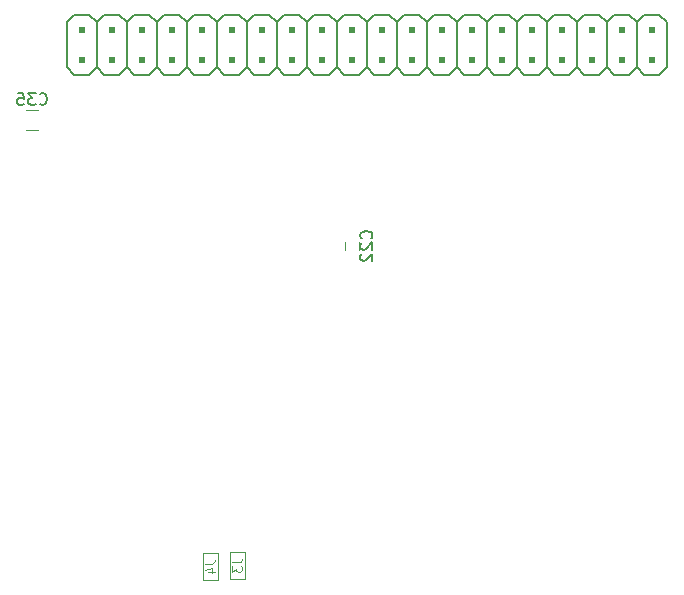
<source format=gbo>
%TF.GenerationSoftware,KiCad,Pcbnew,(5.1.8)-1*%
%TF.CreationDate,2021-11-16T20:14:35+01:00*%
%TF.ProjectId,radioberry-juice,72616469-6f62-4657-9272-792d6a756963,rev?*%
%TF.SameCoordinates,Original*%
%TF.FileFunction,Legend,Bot*%
%TF.FilePolarity,Positive*%
%FSLAX46Y46*%
G04 Gerber Fmt 4.6, Leading zero omitted, Abs format (unit mm)*
G04 Created by KiCad (PCBNEW (5.1.8)-1) date 2021-11-16 20:14:35*
%MOMM*%
%LPD*%
G01*
G04 APERTURE LIST*
%ADD10C,0.120000*%
%ADD11C,0.152400*%
%ADD12C,0.100000*%
%ADD13C,0.150000*%
G04 APERTURE END LIST*
D10*
%TO.C,C22*%
X121850000Y-91900000D02*
X121850000Y-91200000D01*
X120650000Y-91200000D02*
X120650000Y-91900000D01*
D11*
%TO.C,J5*%
X97100000Y-76405000D02*
X97735000Y-77040000D01*
X97735000Y-77040000D02*
X99005000Y-77040000D01*
X99005000Y-77040000D02*
X99640000Y-76405000D01*
X99640000Y-76405000D02*
X100275000Y-77040000D01*
X100275000Y-77040000D02*
X101545000Y-77040000D01*
X101545000Y-77040000D02*
X102180000Y-76405000D01*
X102180000Y-76405000D02*
X102815000Y-77040000D01*
X102815000Y-77040000D02*
X104085000Y-77040000D01*
X104085000Y-77040000D02*
X104720000Y-76405000D01*
X104720000Y-76405000D02*
X105355000Y-77040000D01*
X105355000Y-77040000D02*
X106625000Y-77040000D01*
X106625000Y-77040000D02*
X107260000Y-76405000D01*
X107260000Y-76405000D02*
X107895000Y-77040000D01*
X107895000Y-77040000D02*
X109165000Y-77040000D01*
X109165000Y-77040000D02*
X109800000Y-76405000D01*
X109800000Y-76405000D02*
X110435000Y-77040000D01*
X110435000Y-77040000D02*
X111705000Y-77040000D01*
X111705000Y-77040000D02*
X112340000Y-76405000D01*
X97100000Y-76405000D02*
X97100000Y-72595000D01*
X97100000Y-72595000D02*
X97735000Y-71960000D01*
X97735000Y-71960000D02*
X99005000Y-71960000D01*
X99005000Y-71960000D02*
X99640000Y-72595000D01*
X99640000Y-72595000D02*
X100275000Y-71960000D01*
X100275000Y-71960000D02*
X101545000Y-71960000D01*
X101545000Y-71960000D02*
X102180000Y-72595000D01*
X102180000Y-72595000D02*
X102815000Y-71960000D01*
X102815000Y-71960000D02*
X104085000Y-71960000D01*
X104085000Y-71960000D02*
X104720000Y-72595000D01*
X104720000Y-72595000D02*
X105355000Y-71960000D01*
X105355000Y-71960000D02*
X106625000Y-71960000D01*
X106625000Y-71960000D02*
X107260000Y-72595000D01*
X107260000Y-72595000D02*
X107895000Y-71960000D01*
X107895000Y-71960000D02*
X109165000Y-71960000D01*
X109165000Y-71960000D02*
X109800000Y-72595000D01*
X109800000Y-72595000D02*
X110435000Y-71960000D01*
X110435000Y-71960000D02*
X111705000Y-71960000D01*
X111705000Y-71960000D02*
X112340000Y-72595000D01*
X112340000Y-72595000D02*
X112975000Y-71960000D01*
X112975000Y-71960000D02*
X114245000Y-71960000D01*
X114245000Y-71960000D02*
X114880000Y-72595000D01*
X114880000Y-72595000D02*
X115515000Y-71960000D01*
X115515000Y-71960000D02*
X116785000Y-71960000D01*
X116785000Y-71960000D02*
X117420000Y-72595000D01*
X117420000Y-72595000D02*
X118055000Y-71960000D01*
X118055000Y-71960000D02*
X119325000Y-71960000D01*
X119325000Y-71960000D02*
X119960000Y-72595000D01*
X119960000Y-72595000D02*
X120595000Y-71960000D01*
X120595000Y-71960000D02*
X121865000Y-71960000D01*
X121865000Y-71960000D02*
X122500000Y-72595000D01*
X122500000Y-72595000D02*
X123135000Y-71960000D01*
X123135000Y-71960000D02*
X124405000Y-71960000D01*
X124405000Y-71960000D02*
X125040000Y-72595000D01*
X125040000Y-72595000D02*
X125675000Y-71960000D01*
X125675000Y-71960000D02*
X126945000Y-71960000D01*
X127580000Y-72595000D02*
X126945000Y-71960000D01*
X127580000Y-72595000D02*
X128215000Y-71960000D01*
X129485000Y-71960000D02*
X128215000Y-71960000D01*
X129485000Y-71960000D02*
X130120000Y-72595000D01*
X130120000Y-72595000D02*
X130755000Y-71960000D01*
X132025000Y-71960000D02*
X130755000Y-71960000D01*
X132025000Y-71960000D02*
X132660000Y-72595000D01*
X132660000Y-72595000D02*
X133295000Y-71960000D01*
X134565000Y-71960000D02*
X133295000Y-71960000D01*
X134565000Y-71960000D02*
X135200000Y-72595000D01*
X135200000Y-72595000D02*
X135835000Y-71960000D01*
X137105000Y-71960000D02*
X135835000Y-71960000D01*
X137105000Y-71960000D02*
X137740000Y-72595000D01*
X137740000Y-72595000D02*
X138375000Y-71960000D01*
X139645000Y-71960000D02*
X138375000Y-71960000D01*
X139645000Y-71960000D02*
X140280000Y-72595000D01*
X140280000Y-72595000D02*
X140915000Y-71960000D01*
X142185000Y-71960000D02*
X140915000Y-71960000D01*
X142185000Y-71960000D02*
X142820000Y-72595000D01*
X142820000Y-72595000D02*
X143455000Y-71960000D01*
X144725000Y-71960000D02*
X143455000Y-71960000D01*
X144725000Y-71960000D02*
X145360000Y-72595000D01*
X145360000Y-76405000D02*
X144725000Y-77040000D01*
X144725000Y-77040000D02*
X143455000Y-77040000D01*
X142820000Y-76405000D02*
X143455000Y-77040000D01*
X142820000Y-76405000D02*
X142185000Y-77040000D01*
X142185000Y-77040000D02*
X140915000Y-77040000D01*
X140280000Y-76405000D02*
X140915000Y-77040000D01*
X140280000Y-76405000D02*
X139645000Y-77040000D01*
X139645000Y-77040000D02*
X138375000Y-77040000D01*
X137740000Y-76405000D02*
X138375000Y-77040000D01*
X137740000Y-76405000D02*
X137105000Y-77040000D01*
X135835000Y-77040000D02*
X137105000Y-77040000D01*
X135835000Y-77040000D02*
X135200000Y-76405000D01*
X135200000Y-76405000D02*
X134565000Y-77040000D01*
X133295000Y-77040000D02*
X134565000Y-77040000D01*
X133295000Y-77040000D02*
X132660000Y-76405000D01*
X132660000Y-76405000D02*
X132025000Y-77040000D01*
X132025000Y-77040000D02*
X130755000Y-77040000D01*
X130120000Y-76405000D02*
X130755000Y-77040000D01*
X130120000Y-76405000D02*
X129485000Y-77040000D01*
X129485000Y-77040000D02*
X128215000Y-77040000D01*
X127580000Y-76405000D02*
X128215000Y-77040000D01*
X127580000Y-76405000D02*
X126945000Y-77040000D01*
X126945000Y-77040000D02*
X125675000Y-77040000D01*
X125040000Y-76405000D02*
X125675000Y-77040000D01*
X125040000Y-76405000D02*
X124405000Y-77040000D01*
X124405000Y-77040000D02*
X123135000Y-77040000D01*
X122500000Y-76405000D02*
X123135000Y-77040000D01*
X122500000Y-76405000D02*
X121865000Y-77040000D01*
X121865000Y-77040000D02*
X120595000Y-77040000D01*
X119960000Y-76405000D02*
X120595000Y-77040000D01*
X119960000Y-76405000D02*
X119325000Y-77040000D01*
X119325000Y-77040000D02*
X118055000Y-77040000D01*
X117420000Y-76405000D02*
X118055000Y-77040000D01*
X117420000Y-76405000D02*
X116785000Y-77040000D01*
X116785000Y-77040000D02*
X115515000Y-77040000D01*
X114880000Y-76405000D02*
X115515000Y-77040000D01*
X114880000Y-76405000D02*
X114245000Y-77040000D01*
X114245000Y-77040000D02*
X112975000Y-77040000D01*
X112340000Y-76405000D02*
X112975000Y-77040000D01*
X99640000Y-72595000D02*
X99640000Y-76405000D01*
X102180000Y-72595000D02*
X102180000Y-76405000D01*
X104720000Y-72595000D02*
X104720000Y-76405000D01*
X107260000Y-72595000D02*
X107260000Y-76405000D01*
X109800000Y-72595000D02*
X109800000Y-76405000D01*
X112340000Y-72595000D02*
X112340000Y-76405000D01*
X114880000Y-72595000D02*
X114880000Y-76405000D01*
X117420000Y-72595000D02*
X117420000Y-76405000D01*
X119960000Y-72595000D02*
X119960000Y-76405000D01*
X122500000Y-72595000D02*
X122500000Y-76405000D01*
X125040000Y-72595000D02*
X125040000Y-76405000D01*
X127580000Y-72595000D02*
X127580000Y-76405000D01*
X130120000Y-72595000D02*
X130120000Y-76405000D01*
X132660000Y-72595000D02*
X132660000Y-76405000D01*
X135200000Y-72595000D02*
X135200000Y-76405000D01*
X137740000Y-72595000D02*
X137740000Y-76405000D01*
X140280000Y-72595000D02*
X140280000Y-76405000D01*
X142820000Y-72595000D02*
X142820000Y-76405000D01*
X145360000Y-72595000D02*
X145360000Y-76405000D01*
X145360000Y-72595000D02*
X145995000Y-71960000D01*
X147265000Y-71960000D02*
X145995000Y-71960000D01*
X147265000Y-71960000D02*
X147900000Y-72595000D01*
X147900000Y-76405000D02*
X147265000Y-77040000D01*
X147265000Y-77040000D02*
X145995000Y-77040000D01*
X145360000Y-76405000D02*
X145995000Y-77040000D01*
X147900000Y-72595000D02*
X147900000Y-76405000D01*
D12*
G36*
X98116000Y-76024000D02*
G01*
X98624000Y-76024000D01*
X98624000Y-75516000D01*
X98116000Y-75516000D01*
X98116000Y-76024000D01*
G37*
G36*
X98116000Y-73484000D02*
G01*
X98624000Y-73484000D01*
X98624000Y-72976000D01*
X98116000Y-72976000D01*
X98116000Y-73484000D01*
G37*
G36*
X100656000Y-73484000D02*
G01*
X101164000Y-73484000D01*
X101164000Y-72976000D01*
X100656000Y-72976000D01*
X100656000Y-73484000D01*
G37*
G36*
X100656000Y-76024000D02*
G01*
X101164000Y-76024000D01*
X101164000Y-75516000D01*
X100656000Y-75516000D01*
X100656000Y-76024000D01*
G37*
G36*
X103196000Y-73484000D02*
G01*
X103704000Y-73484000D01*
X103704000Y-72976000D01*
X103196000Y-72976000D01*
X103196000Y-73484000D01*
G37*
G36*
X103196000Y-76024000D02*
G01*
X103704000Y-76024000D01*
X103704000Y-75516000D01*
X103196000Y-75516000D01*
X103196000Y-76024000D01*
G37*
G36*
X105736000Y-73484000D02*
G01*
X106244000Y-73484000D01*
X106244000Y-72976000D01*
X105736000Y-72976000D01*
X105736000Y-73484000D01*
G37*
G36*
X108276000Y-73484000D02*
G01*
X108784000Y-73484000D01*
X108784000Y-72976000D01*
X108276000Y-72976000D01*
X108276000Y-73484000D01*
G37*
G36*
X110816000Y-73484000D02*
G01*
X111324000Y-73484000D01*
X111324000Y-72976000D01*
X110816000Y-72976000D01*
X110816000Y-73484000D01*
G37*
G36*
X105736000Y-76024000D02*
G01*
X106244000Y-76024000D01*
X106244000Y-75516000D01*
X105736000Y-75516000D01*
X105736000Y-76024000D01*
G37*
G36*
X108276000Y-76024000D02*
G01*
X108784000Y-76024000D01*
X108784000Y-75516000D01*
X108276000Y-75516000D01*
X108276000Y-76024000D01*
G37*
G36*
X110816000Y-76024000D02*
G01*
X111324000Y-76024000D01*
X111324000Y-75516000D01*
X110816000Y-75516000D01*
X110816000Y-76024000D01*
G37*
G36*
X113356000Y-73484000D02*
G01*
X113864000Y-73484000D01*
X113864000Y-72976000D01*
X113356000Y-72976000D01*
X113356000Y-73484000D01*
G37*
G36*
X113356000Y-76024000D02*
G01*
X113864000Y-76024000D01*
X113864000Y-75516000D01*
X113356000Y-75516000D01*
X113356000Y-76024000D01*
G37*
G36*
X115896000Y-73484000D02*
G01*
X116404000Y-73484000D01*
X116404000Y-72976000D01*
X115896000Y-72976000D01*
X115896000Y-73484000D01*
G37*
G36*
X115896000Y-76024000D02*
G01*
X116404000Y-76024000D01*
X116404000Y-75516000D01*
X115896000Y-75516000D01*
X115896000Y-76024000D01*
G37*
G36*
X118436000Y-73484000D02*
G01*
X118944000Y-73484000D01*
X118944000Y-72976000D01*
X118436000Y-72976000D01*
X118436000Y-73484000D01*
G37*
G36*
X118436000Y-76024000D02*
G01*
X118944000Y-76024000D01*
X118944000Y-75516000D01*
X118436000Y-75516000D01*
X118436000Y-76024000D01*
G37*
G36*
X120976000Y-73484000D02*
G01*
X121484000Y-73484000D01*
X121484000Y-72976000D01*
X120976000Y-72976000D01*
X120976000Y-73484000D01*
G37*
G36*
X120976000Y-76024000D02*
G01*
X121484000Y-76024000D01*
X121484000Y-75516000D01*
X120976000Y-75516000D01*
X120976000Y-76024000D01*
G37*
G36*
X123516000Y-73484000D02*
G01*
X124024000Y-73484000D01*
X124024000Y-72976000D01*
X123516000Y-72976000D01*
X123516000Y-73484000D01*
G37*
G36*
X123516000Y-76024000D02*
G01*
X124024000Y-76024000D01*
X124024000Y-75516000D01*
X123516000Y-75516000D01*
X123516000Y-76024000D01*
G37*
G36*
X126056000Y-73484000D02*
G01*
X126564000Y-73484000D01*
X126564000Y-72976000D01*
X126056000Y-72976000D01*
X126056000Y-73484000D01*
G37*
G36*
X126056000Y-76024000D02*
G01*
X126564000Y-76024000D01*
X126564000Y-75516000D01*
X126056000Y-75516000D01*
X126056000Y-76024000D01*
G37*
G36*
X128596000Y-73484000D02*
G01*
X129104000Y-73484000D01*
X129104000Y-72976000D01*
X128596000Y-72976000D01*
X128596000Y-73484000D01*
G37*
G36*
X128596000Y-76024000D02*
G01*
X129104000Y-76024000D01*
X129104000Y-75516000D01*
X128596000Y-75516000D01*
X128596000Y-76024000D01*
G37*
G36*
X131136000Y-73484000D02*
G01*
X131644000Y-73484000D01*
X131644000Y-72976000D01*
X131136000Y-72976000D01*
X131136000Y-73484000D01*
G37*
G36*
X131136000Y-76024000D02*
G01*
X131644000Y-76024000D01*
X131644000Y-75516000D01*
X131136000Y-75516000D01*
X131136000Y-76024000D01*
G37*
G36*
X133676000Y-73484000D02*
G01*
X134184000Y-73484000D01*
X134184000Y-72976000D01*
X133676000Y-72976000D01*
X133676000Y-73484000D01*
G37*
G36*
X133676000Y-76024000D02*
G01*
X134184000Y-76024000D01*
X134184000Y-75516000D01*
X133676000Y-75516000D01*
X133676000Y-76024000D01*
G37*
G36*
X136216000Y-73484000D02*
G01*
X136724000Y-73484000D01*
X136724000Y-72976000D01*
X136216000Y-72976000D01*
X136216000Y-73484000D01*
G37*
G36*
X136216000Y-76024000D02*
G01*
X136724000Y-76024000D01*
X136724000Y-75516000D01*
X136216000Y-75516000D01*
X136216000Y-76024000D01*
G37*
G36*
X138756000Y-73484000D02*
G01*
X139264000Y-73484000D01*
X139264000Y-72976000D01*
X138756000Y-72976000D01*
X138756000Y-73484000D01*
G37*
G36*
X138756000Y-76024000D02*
G01*
X139264000Y-76024000D01*
X139264000Y-75516000D01*
X138756000Y-75516000D01*
X138756000Y-76024000D01*
G37*
G36*
X141296000Y-73484000D02*
G01*
X141804000Y-73484000D01*
X141804000Y-72976000D01*
X141296000Y-72976000D01*
X141296000Y-73484000D01*
G37*
G36*
X141296000Y-76024000D02*
G01*
X141804000Y-76024000D01*
X141804000Y-75516000D01*
X141296000Y-75516000D01*
X141296000Y-76024000D01*
G37*
G36*
X143836000Y-73484000D02*
G01*
X144344000Y-73484000D01*
X144344000Y-72976000D01*
X143836000Y-72976000D01*
X143836000Y-73484000D01*
G37*
G36*
X143836000Y-76024000D02*
G01*
X144344000Y-76024000D01*
X144344000Y-75516000D01*
X143836000Y-75516000D01*
X143836000Y-76024000D01*
G37*
G36*
X146376000Y-73484000D02*
G01*
X146884000Y-73484000D01*
X146884000Y-72976000D01*
X146376000Y-72976000D01*
X146376000Y-73484000D01*
G37*
G36*
X146376000Y-76024000D02*
G01*
X146884000Y-76024000D01*
X146884000Y-75516000D01*
X146376000Y-75516000D01*
X146376000Y-76024000D01*
G37*
%TO.C,J3*%
X112185000Y-117457000D02*
X110915000Y-117457000D01*
X112185000Y-119743000D02*
X112185000Y-117457000D01*
X110915000Y-119743000D02*
X112185000Y-119743000D01*
X110915000Y-117457000D02*
X110915000Y-119743000D01*
%TO.C,J4*%
X108615000Y-117557000D02*
X108615000Y-119843000D01*
X108615000Y-119843000D02*
X109885000Y-119843000D01*
X109885000Y-119843000D02*
X109885000Y-117557000D01*
X109885000Y-117557000D02*
X108615000Y-117557000D01*
D10*
%TO.C,C35*%
X94650000Y-81750000D02*
X93650000Y-81750000D01*
X93650000Y-80050000D02*
X94650000Y-80050000D01*
%TO.C,C22*%
D13*
X122857142Y-90907142D02*
X122904761Y-90859523D01*
X122952380Y-90716666D01*
X122952380Y-90621428D01*
X122904761Y-90478571D01*
X122809523Y-90383333D01*
X122714285Y-90335714D01*
X122523809Y-90288095D01*
X122380952Y-90288095D01*
X122190476Y-90335714D01*
X122095238Y-90383333D01*
X122000000Y-90478571D01*
X121952380Y-90621428D01*
X121952380Y-90716666D01*
X122000000Y-90859523D01*
X122047619Y-90907142D01*
X122047619Y-91288095D02*
X122000000Y-91335714D01*
X121952380Y-91430952D01*
X121952380Y-91669047D01*
X122000000Y-91764285D01*
X122047619Y-91811904D01*
X122142857Y-91859523D01*
X122238095Y-91859523D01*
X122380952Y-91811904D01*
X122952380Y-91240476D01*
X122952380Y-91859523D01*
X122047619Y-92240476D02*
X122000000Y-92288095D01*
X121952380Y-92383333D01*
X121952380Y-92621428D01*
X122000000Y-92716666D01*
X122047619Y-92764285D01*
X122142857Y-92811904D01*
X122238095Y-92811904D01*
X122380952Y-92764285D01*
X122952380Y-92192857D01*
X122952380Y-92811904D01*
%TO.C,J3*%
D12*
X111111904Y-118333333D02*
X111683333Y-118333333D01*
X111797619Y-118295238D01*
X111873809Y-118219047D01*
X111911904Y-118104761D01*
X111911904Y-118028571D01*
X111111904Y-118638095D02*
X111111904Y-119133333D01*
X111416666Y-118866666D01*
X111416666Y-118980952D01*
X111454761Y-119057142D01*
X111492857Y-119095238D01*
X111569047Y-119133333D01*
X111759523Y-119133333D01*
X111835714Y-119095238D01*
X111873809Y-119057142D01*
X111911904Y-118980952D01*
X111911904Y-118752380D01*
X111873809Y-118676190D01*
X111835714Y-118638095D01*
%TO.C,J4*%
X108811904Y-118433333D02*
X109383333Y-118433333D01*
X109497619Y-118395238D01*
X109573809Y-118319047D01*
X109611904Y-118204761D01*
X109611904Y-118128571D01*
X109078571Y-119157142D02*
X109611904Y-119157142D01*
X108773809Y-118966666D02*
X109345238Y-118776190D01*
X109345238Y-119271428D01*
%TO.C,C35*%
D13*
X94792857Y-79507142D02*
X94840476Y-79554761D01*
X94983333Y-79602380D01*
X95078571Y-79602380D01*
X95221428Y-79554761D01*
X95316666Y-79459523D01*
X95364285Y-79364285D01*
X95411904Y-79173809D01*
X95411904Y-79030952D01*
X95364285Y-78840476D01*
X95316666Y-78745238D01*
X95221428Y-78650000D01*
X95078571Y-78602380D01*
X94983333Y-78602380D01*
X94840476Y-78650000D01*
X94792857Y-78697619D01*
X94459523Y-78602380D02*
X93840476Y-78602380D01*
X94173809Y-78983333D01*
X94030952Y-78983333D01*
X93935714Y-79030952D01*
X93888095Y-79078571D01*
X93840476Y-79173809D01*
X93840476Y-79411904D01*
X93888095Y-79507142D01*
X93935714Y-79554761D01*
X94030952Y-79602380D01*
X94316666Y-79602380D01*
X94411904Y-79554761D01*
X94459523Y-79507142D01*
X92935714Y-78602380D02*
X93411904Y-78602380D01*
X93459523Y-79078571D01*
X93411904Y-79030952D01*
X93316666Y-78983333D01*
X93078571Y-78983333D01*
X92983333Y-79030952D01*
X92935714Y-79078571D01*
X92888095Y-79173809D01*
X92888095Y-79411904D01*
X92935714Y-79507142D01*
X92983333Y-79554761D01*
X93078571Y-79602380D01*
X93316666Y-79602380D01*
X93411904Y-79554761D01*
X93459523Y-79507142D01*
%TD*%
M02*

</source>
